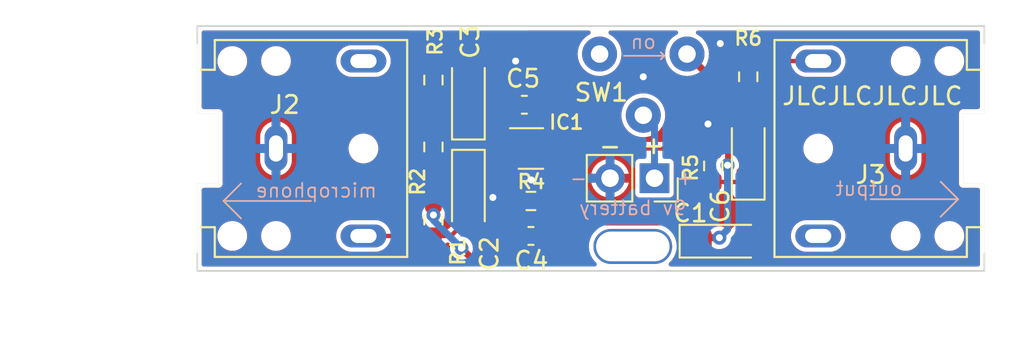
<source format=kicad_pcb>
(kicad_pcb (version 20211014) (generator pcbnew)
  (layers (0 "F.Cu" signal) (31 "B.Cu" signal) (34 "B.Paste" user) (35 "F.Paste" user) (36 "B.SilkS" user "B.Silkscreen") (37 "F.SilkS" user "F.Silkscreen") (38 "B.Mask" user) (39 "F.Mask" user) (44 "Edge.Cuts" user))
  (net 0 "")
  (net 1 "VCC")
  (net 2 "GND")
  (net 3 "Net-(C2-Pad1)")
  (net 4 "Net-(C2-Pad2)")
  (net 5 "Net-(C3-Pad1)")
  (net 6 "Net-(C4-Pad2)")
  (net 7 "Net-(C6-Pad1)")
  (net 8 "Net-(C6-Pad2)")
  (net 11 "Net-(J1-Pad1)")
  (footprint "Button_Switch_THT:LSS12-V-B" (layer "F.Cu") (at 154 96.1)
    (fp_text reference "SW1" (at -2.4 0.7 unlocked) (layer "F.SilkS"))
    (fp_text value "SW_SPDT")
    (pad "1" thru_hole circle (at 2.5 -1.5) (size 2 2) (drill 1) (layers *.Cu *.Mask) (net 1 "VCC"))
    (pad "2" thru_hole circle (at 0 2) (size 2 2) (drill 1) (layers *.Cu *.Mask) (net 11 "Net-(J1-Pad1)"))
    (pad "3" thru_hole circle (at -2.5 -1.5) (size 2 2) (drill 1) (layers *.Cu *.Mask))
  )
  (footprint "Capacitor_SMD:C_0603_1608Metric_Pad1.08x0.95mm_HandSolder" (layer "F.Cu") (at 147.2 97.5 180)
    (fp_text reference "C5" (at 0.075 1.5) (layer "F.SilkS"))
    (fp_text value "0.1uF")
    (fp_line (start -0.146267 -0.51) (end 0.146267 -0.51) (layer "F.SilkS") (width 0.12))
    (fp_line (start -0.146267 0.51) (end 0.146267 0.51) (layer "F.SilkS") (width 0.12))
    (pad "1" smd roundrect locked (at -0.8625 0 180) (size 1.075 0.95) (layers "F.Cu" "F.Paste" "F.Mask") (net 1 "VCC"))
    (pad "2" smd roundrect locked (at 0.8625 0 180) (size 1.075 0.95) (layers "F.Cu" "F.Paste" "F.Mask") (net 2 "GND"))
  )
  (footprint "Capacitor_Tantalum_SMD:CP_EIA-3216-18_Kemet-A_Pad1.58x1.35mm_HandSolder" (layer "F.Cu") (at 160 100.4375 90)
    (fp_text reference "C6" (at -2.8625 -1.6 270) (layer "F.SilkS"))
    (fp_text value "2.2uF")
    (fp_line (start -2.485 -0.935) (end -2.485 0.935) (layer "F.SilkS") (width 0.12))
    (fp_line (start 1.6 -0.935) (end -2.485 -0.935) (layer "F.SilkS") (width 0.12))
    (fp_line (start -2.485 0.935) (end 1.6 0.935) (layer "F.SilkS") (width 0.12))
    (pad "1" smd roundrect locked (at -1.4375 0 90) (size 1.575 1.35) (layers "F.Cu" "F.Paste" "F.Mask") (roundrect_rratio 0.1851851852) (net 7 "Net-(C6-Pad1)"))
    (pad "2" smd roundrect locked (at 1.4375 0 90) (size 1.575 1.35) (layers "F.Cu" "F.Paste" "F.Mask") (roundrect_rratio 0.1851851852) (net 8 "Net-(C6-Pad2)"))
  )
  (footprint "Resistor_SMD:R_0603_1608Metric_Pad0.98x0.95mm_HandSolder" (layer "F.Cu") (at 142 99.9125 90)
    (fp_text reference "R2" (at -1.9875 -0.9 90) (layer "F.SilkS") (effects (font (size 0.8 0.8))))
    (fp_text value "100k")
    (fp_line (start -0.254724 0.5225) (end 0.254724 0.5225) (layer "F.SilkS") (width 0.12))
    (fp_line (start -0.254724 -0.5225) (end 0.254724 -0.5225) (layer "F.SilkS") (width 0.12))
    (pad "1" smd roundrect locked (at -0.9125 0 90) (size 0.975 0.95) (layers "F.Cu" "F.Paste" "F.Mask") (net 1 "VCC"))
    (pad "2" smd roundrect locked (at 0.9125 0 90) (size 0.975 0.95) (layers "F.Cu" "F.Paste" "F.Mask") (net 5 "Net-(C3-Pad1)"))
  )
  (footprint "Resistor_SMD:R_0603_1608Metric_Pad0.98x0.95mm_HandSolder" (layer "F.Cu") (at 142 104.0875 -90)
    (fp_text reference "R1" (at 1.8125 -1.4 90) (layer "F.SilkS") (effects (font (size 0.8 0.8))))
    (fp_text value "13.7k")
    (fp_line (start -0.254724 -0.5225) (end 0.254724 -0.5225) (layer "F.SilkS") (width 0.12))
    (fp_line (start -0.254724 0.5225) (end 0.254724 0.5225) (layer "F.SilkS") (width 0.12))
    (pad "1" smd roundrect locked (at -0.9125 0 270) (size 0.975 0.95) (layers "F.Cu" "F.Paste" "F.Mask") (net 1 "VCC"))
    (pad "2" smd roundrect locked (at 0.9125 0 270) (size 0.975 0.95) (layers "F.Cu" "F.Paste" "F.Mask") (net 4 "Net-(C2-Pad2)"))
  )
  (footprint "Resistor_SMD:R_0603_1608Metric_Pad0.98x0.95mm_HandSolder" (layer "F.Cu") (at 147.575 103)
    (fp_text reference "R4" (at 0.025 -1.1) (layer "F.SilkS") (effects (font (size 0.8 0.8))))
    (fp_text value "75k")
    (fp_line (start -0.254724 0.5225) (end 0.254724 0.5225) (layer "F.SilkS") (width 0.12))
    (fp_line (start -0.254724 -0.5225) (end 0.254724 -0.5225) (layer "F.SilkS") (width 0.12))
    (pad "1" smd roundrect locked (at -0.9125 0) (size 0.975 0.95) (layers "F.Cu" "F.Paste" "F.Mask") (net 3 "Net-(C2-Pad1)"))
    (pad "2" smd roundrect locked (at 0.9125 0) (size 0.975 0.95) (layers "F.Cu" "F.Paste" "F.Mask") (net 6 "Net-(C4-Pad2)"))
  )
  (footprint "Package_TO_SOT_SMD:SOT-353_SC-70-5_Handsoldering" (layer "F.Cu") (at 147.575 100)
    (fp_text reference "IC1" (at 2.025 -1.5 180) (layer "F.SilkS") (effects (font (size 0.8 0.8))))
    (fp_text value "OPA172IDCKR")
    (fp_line (start 0.7 -1.16) (end -1.2 -1.16) (layer "F.SilkS") (width 0.12))
    (fp_line (start -0.7 1.16) (end 0.7 1.16) (layer "F.SilkS") (width 0.12))
    (pad "1" smd rect locked (at -1.33 -0.65) (size 1.5 0.4) (layers "F.Cu" "F.Paste" "F.Mask") (net 5 "Net-(C3-Pad1)"))
    (pad "2" smd rect locked (at -1.33 0) (size 1.5 0.4) (layers "F.Cu" "F.Paste" "F.Mask") (net 2 "GND"))
    (pad "3" smd rect locked (at -1.33 0.65) (size 1.5 0.4) (layers "F.Cu" "F.Paste" "F.Mask") (net 3 "Net-(C2-Pad1)"))
    (pad "4" smd rect locked (at 1.33 0.65) (size 1.5 0.4) (layers "F.Cu" "F.Paste" "F.Mask") (net 6 "Net-(C4-Pad2)"))
    (pad "5" smd rect locked (at 1.33 -0.65) (size 1.5 0.4) (layers "F.Cu" "F.Paste" "F.Mask") (net 1 "VCC"))
  )
  (footprint "Resistor_SMD:R_0603_1608Metric_Pad0.98x0.95mm_HandSolder" (layer "F.Cu") (at 160 95.9 90)
    (fp_text reference "R6" (at 2.2 0 180) (layer "F.SilkS") (effects (font (size 0.8 0.8))))
    (fp_text value "100k")
    (fp_line (start -0.254724 -0.5225) (end 0.254724 -0.5225) (layer "F.SilkS") (width 0.12))
    (fp_line (start -0.254724 0.5225) (end 0.254724 0.5225) (layer "F.SilkS") (width 0.12))
    (pad "1" smd roundrect locked (at -0.9125 0 90) (size 0.975 0.95) (layers "F.Cu" "F.Paste" "F.Mask") (net 8 "Net-(C6-Pad2)"))
    (pad "2" smd roundrect locked (at 0.9125 0 90) (size 0.975 0.95) (layers "F.Cu" "F.Paste" "F.Mask") (net 2 "GND"))
  )
  (footprint "Connector_PinSocket_2.54mm:PinSocket_1x02_P2.54mm_Vertical" (layer "F.Cu") (at 154.64 101.7 -90)
    (fp_text reference "J1" hide)
    (fp_text value "power conn")
    (fp_line (start -1.33 1.27) (end 1.33 1.27) (layer "F.SilkS") (width 0.12))
    (fp_line (start 1.33 1.27) (end 1.33 3.87) (layer "F.SilkS") (width 0.12))
    (fp_line (start -1.33 3.87) (end 1.33 3.87) (layer "F.SilkS") (width 0.12))
    (fp_line (start 0 -1.33) (end 1.33 -1.33) (layer "F.SilkS") (width 0.12))
    (fp_line (start -1.33 1.27) (end -1.33 3.87) (layer "F.SilkS") (width 0.12))
    (fp_line (start 1.33 -1.33) (end 1.33 0) (layer "F.SilkS") (width 0.12))
    (pad "1" thru_hole rect locked (at 0 0 270) (size 1.7 1.7) (drill 1) (layers *.Cu *.Mask) (net 11 "Net-(J1-Pad1)"))
    (pad "2" thru_hole oval locked (at 0 2.54 270) (size 1.7 1.7) (drill 1) (layers *.Cu *.Mask) (net 2 "GND"))
  )
  (footprint "Connector_Audio:CUI_SJ1-3523N" (layer "F.Cu") (at 169 100 180)
    (fp_text reference "J3" (at 2 -1.5) (layer "F.SilkS") (effects (font (size 1.000402 1.000402))))
    (fp_text value "line out")
    (fp_line (start 7.5 6.2) (end -3.5 6.2) (layer "F.SilkS") (width 0.127))
    (fp_line (start 7.5 -6.2) (end 7.5 6.2) (layer "F.SilkS") (width 0.127))
    (fp_line (start -3.5 -6.2) (end -3.5 -4.5) (layer "F.SilkS") (width 0.127))
    (fp_line (start -3.5 -4.5) (end -4.3 -4.5) (layer "F.SilkS") (width 0.127))
    (fp_line (start -3.5 4.5) (end -3.5 6.2) (layer "F.SilkS") (width 0.127))
    (fp_line (start 7.5 -6.2) (end -3.5 -6.2) (layer "F.SilkS") (width 0.127))
    (fp_line (start -3.5 4.5) (end -4.3 4.5) (layer "F.SilkS") (width 0.127))
    (fp_line (start -3.3 -2) (end -3.3 2) (layer "Edge.Cuts") (width 0.01))
    (fp_line (start -3.3 2) (end -4.5 2) (layer "Edge.Cuts") (width 0.01))
    (fp_line (start -4.5 2) (end -4.5 6) (layer "Edge.Cuts") (width 0.01))
    (fp_line (start -4.5 -6) (end -4.5 -2) (layer "Edge.Cuts") (width 0.01))
    (fp_line (start -4.5 -2) (end -3.3 -2) (layer "Edge.Cuts") (width 0.01))
    (pad "" np_thru_hole circle (at -2.5 -5 180) (size 1.2 1.2) (drill 1.2) (layers *.Cu *.Mask))
    (pad "" np_thru_hole circle (at 0 -5 180) (size 1.2 1.2) (drill 1.2) (layers *.Cu *.Mask))
    (pad "" np_thru_hole circle (at 5 0 180) (size 1.2 1.2) (drill 1.2) (layers *.Cu *.Mask))
    (pad "" np_thru_hole circle (at 0 5 180) (size 1.2 1.2) (drill 1.2) (layers *.Cu *.Mask))
    (pad "" np_thru_hole circle (at -2.5 5 180) (size 1.2 1.2) (drill 1.2) (layers *.Cu *.Mask))
    (pad "R" thru_hole oval (at 5 -5 180) (size 2.616 1.308) (drill oval 1.5 0.8) (layers *.Cu *.Mask))
    (pad "S" thru_hole oval (at 0 0 180) (size 1.308 2.616) (drill oval 0.8 1.5) (layers *.Cu *.Mask) (net 2 "GND"))
    (pad "T" thru_hole oval (at 5 5 180) (size 2.616 1.308) (drill oval 1.5 0.8) (layers *.Cu *.Mask) (net 8 "Net-(C6-Pad2)"))
  )
  (footprint "Resistor_SMD:R_0603_1608Metric_Pad0.98x0.95mm_HandSolder" (layer "F.Cu") (at 158 101 -90)
    (fp_text reference "R5" (at 0.1 1.3 90) (layer "F.SilkS") (effects (font (size 0.8 0.8))))
    (fp_text value "49.9")
    (fp_line (start -0.254724 0.5225) (end 0.254724 0.5225) (layer "F.SilkS") (width 0.12))
    (fp_line (start -0.254724 -0.5225) (end 0.254724 -0.5225) (layer "F.SilkS") (width 0.12))
    (pad "1" smd roundrect locked (at -0.9125 0 270) (size 0.975 0.95) (layers "F.Cu" "F.Paste" "F.Mask") (net 6 "Net-(C4-Pad2)"))
    (pad "2" smd roundrect locked (at 0.9125 0 270) (size 0.975 0.95) (layers "F.Cu" "F.Paste" "F.Mask") (net 7 "Net-(C6-Pad1)"))
  )
  (footprint "Capacitor_Tantalum_SMD:CP_EIA-3216-18_Kemet-A_Pad1.58x1.35mm_HandSolder" (layer "F.Cu") (at 144 102.5625 -90)
    (fp_text reference "C2" (at 3.4375 -1.2 90) (layer "F.SilkS"))
    (fp_text value "2.2uF")
    (fp_line (start -2.485 0.935) (end 1.6 0.935) (layer "F.SilkS") (width 0.12))
    (fp_line (start -2.485 -0.935) (end -2.485 0.935) (layer "F.SilkS") (width 0.12))
    (fp_line (start 1.6 -0.935) (end -2.485 -0.935) (layer "F.SilkS") (width 0.12))
    (pad "1" smd roundrect locked (at -1.4375 0 270) (size 1.575 1.35) (layers "F.Cu" "F.Paste" "F.Mask") (roundrect_rratio 0.1851851852) (net 3 "Net-(C2-Pad1)"))
    (pad "2" smd roundrect locked (at 1.4375 0 270) (size 1.575 1.35) (layers "F.Cu" "F.Paste" "F.Mask") (roundrect_rratio 0.1851851852) (net 4 "Net-(C2-Pad2)"))
  )
  (footprint "Capacitor_Tantalum_SMD:CP_EIA-3216-18_Kemet-A_Pad1.58x1.35mm_HandSolder" (layer "F.Cu") (at 158.5625 105.3)
    (fp_text reference "C1" (at -1.8625 -1.6) (layer "F.SilkS"))
    (fp_text value "2.2uF")
    (fp_line (start -2.485 -0.935) (end -2.485 0.935) (layer "F.SilkS") (width 0.12))
    (fp_line (start -2.485 0.935) (end 1.6 0.935) (layer "F.SilkS") (width 0.12))
    (fp_line (start 1.6 -0.935) (end -2.485 -0.935) (layer "F.SilkS") (width 0.12))
    (pad "1" smd roundrect locked (at -1.4375 0) (size 1.575 1.35) (layers "F.Cu" "F.Paste" "F.Mask") (roundrect_rratio 0.1851851852) (net 1 "VCC"))
    (pad "2" smd roundrect locked (at 1.4375 0) (size 1.575 1.35) (layers "F.Cu" "F.Paste" "F.Mask") (roundrect_rratio 0.1851851852) (net 2 "GND"))
  )
  (footprint "Capacitor_SMD:C_0603_1608Metric_Pad1.08x0.95mm_HandSolder" (layer "F.Cu") (at 147.575 105)
    (fp_text reference "C4" (at 0.025 1.4) (layer "F.SilkS"))
    (fp_text value "10pF")
    (fp_line (start -0.146267 -0.51) (end 0.146267 -0.51) (layer "F.SilkS") (width 0.12))
    (fp_line (start -0.146267 0.51) (end 0.146267 0.51) (layer "F.SilkS") (width 0.12))
    (pad "1" smd roundrect locked (at -0.8625 0) (size 1.075 0.95) (layers "F.Cu" "F.Paste" "F.Mask") (net 3 "Net-(C2-Pad1)"))
    (pad "2" smd roundrect locked (at 0.8625 0) (size 1.075 0.95) (layers "F.Cu" "F.Paste" "F.Mask") (net 6 "Net-(C4-Pad2)"))
  )
  (footprint "Capacitor_Tantalum_SMD:CP_EIA-3216-18_Kemet-A_Pad1.58x1.35mm_HandSolder" (layer "F.Cu") (at 144 97 90)
    (fp_text reference "C3" (at 3.1 0.1 90) (layer "F.SilkS"))
    (fp_text value "2.2uF")
    (fp_line (start -2.485 -0.935) (end -2.485 0.935) (layer "F.SilkS") (width 0.12))
    (fp_line (start 1.6 -0.935) (end -2.485 -0.935) (layer "F.SilkS") (width 0.12))
    (fp_line (start -2.485 0.935) (end 1.6 0.935) (layer "F.SilkS") (width 0.12))
    (pad "1" smd roundrect locked (at -1.4375 0 90) (size 1.575 1.35) (layers "F.Cu" "F.Paste" "F.Mask") (roundrect_rratio 0.1851851852) (net 5 "Net-(C3-Pad1)"))
    (pad "2" smd roundrect locked (at 1.4375 0 90) (size 1.575 1.35) (layers "F.Cu" "F.Paste" "F.Mask") (roundrect_rratio 0.1851851852) (net 2 "GND"))
  )
  (footprint "Connector_Audio:CUI_SJ1-3523N" (layer "F.Cu") (at 133 100)
    (fp_text reference "J2" (at 0.5 -2.5) (layer "F.SilkS") (effects (font (size 1.000402 1.000402))))
    (fp_text value "mic input")
    (fp_line (start -3.5 4.5) (end -3.5 6.2) (layer "F.SilkS") (width 0.127))
    (fp_line (start 7.5 -6.2) (end 7.5 6.2) (layer "F.SilkS") (width 0.127))
    (fp_line (start 7.5 6.2) (end -3.5 6.2) (layer "F.SilkS") (width 0.127))
    (fp_line (start -3.5 -6.2) (end -3.5 -4.5) (layer "F.SilkS") (width 0.127))
    (fp_line (start 7.5 -6.2) (end -3.5 -6.2) (layer "F.SilkS") (width 0.127))
    (fp_line (start -3.5 4.5) (end -4.3 4.5) (layer "F.SilkS") (width 0.127))
    (fp_line (start -3.5 -4.5) (end -4.3 -4.5) (layer "F.SilkS") (width 0.127))
    (fp_line (start -3.3 -2) (end -3.3 2) (layer "Edge.Cuts") (width 0.01))
    (fp_line (start -4.5 -2) (end -3.3 -2) (layer "Edge.Cuts") (width 0.01))
    (fp_line (start -4.5 -6) (end -4.5 -2) (layer "Edge.Cuts") (width 0.01))
    (fp_line (start -4.5 2) (end -4.5 6) (layer "Edge.Cuts") (width 0.01))
    (fp_line (start -3.3 2) (end -4.5 2) (layer "Edge.Cuts") (width 0.01))
    (pad "" np_thru_hole circle (at 5 0) (size 1.2 1.2) (drill 1.2) (layers *.Cu *.Mask))
    (pad "" np_thru_hole circle (at -2.5 -5) (size 1.2 1.2) (drill 1.2) (layers *.Cu *.Mask))
    (pad "" np_thru_hole circle (at 0 5) (size 1.2 1.2) (drill 1.2) (layers *.Cu *.Mask))
    (pad "" np_thru_hole circle (at 0 -5) (size 1.2 1.2) (drill 1.2) (layers *.Cu *.Mask))
    (pad "" np_thru_hole circle (at -2.5 5) (size 1.2 1.2) (drill 1.2) (layers *.Cu *.Mask))
    (pad "R" thru_hole oval (at 5 -5) (size 2.616 1.308) (drill oval 1.5 0.8) (layers *.Cu *.Mask))
    (pad "S" thru_hole oval (at 0 0) (size 1.308 2.616) (drill oval 0.8 1.5) (layers *.Cu *.Mask) (net 2 "GND"))
    (pad "T" thru_hole oval (at 5 5) (size 2.616 1.308) (drill oval 1.5 0.8) (layers *.Cu *.Mask) (net 4 "Net-(C2-Pad2)"))
  )
  (footprint "Connector_PinHeader_2.54mm:PinHeader_1x02_P2.54mm_Vertical" (layer "F.Cu") (at 153.4 105.6)
    (fp_text reference "REF**" hide)
    (fp_text value "PinHeader_1x02_P2.54mm_Vertical")
    (pad "1" thru_hole oval (at 0 0) (size 4.5 2) (drill oval 4.2 1.7) (layers *.Cu *.Mask))
  )
  (footprint "Resistor_SMD:R_0603_1608Metric_Pad0.98x0.95mm_HandSolder" (layer "F.Cu") (at 142 96.0875 90)
    (fp_text reference "R3" (at 2.1875 0.1 90) (layer "F.SilkS") (effects (font (size 0.8 0.8))))
    (fp_text value "100k")
    (fp_line (start -0.254724 0.5225) (end 0.254724 0.5225) (layer "F.SilkS") (width 0.12))
    (fp_line (start -0.254724 -0.5225) (end 0.254724 -0.5225) (layer "F.SilkS") (width 0.12))
    (pad "1" smd roundrect locked (at -0.9125 0 90) (size 0.975 0.95) (layers "F.Cu" "F.Paste" "F.Mask") (net 5 "Net-(C3-Pad1)"))
    (pad "2" smd roundrect locked (at 0.9125 0 90) (size 0.975 0.95) (layers "F.Cu" "F.Paste" "F.Mask") (net 2 "GND"))
  )
  (gr_line (start 155.2 94.7) (end 155 94.5) (layer "B.SilkS") (width 0.1))
  (gr_line (start 171 103.9) (end 172 102.9) (layer "B.SilkS") (width 0.1))
  (gr_line (start 152.9 94.7) (end 155.2 94.7) (layer "B.SilkS") (width 0.1))
  (gr_line (start 155 94.9) (end 155.2 94.7) (layer "B.SilkS") (width 0.1))
  (gr_line (start 171 101.9) (end 172 102.9) (layer "B.SilkS") (width 0.1))
  (gr_line (start 131 102) (end 130 103) (layer "B.SilkS") (width 0.1))
  (gr_line (start 130 103) (end 135 103) (layer "B.SilkS") (width 0.1))
  (gr_line (start 131 104) (end 130 103) (layer "B.SilkS") (width 0.1))
  (gr_line (start 172 102.9) (end 167 102.9) (layer "B.SilkS") (width 0.1))
  (gr_line (start 128.5 94) (end 128.5 93) (layer "Edge.Cuts") (width 0.1))
  (gr_line (start 157.2 93) (end 173.5 93) (layer "Edge.Cuts") (width 0.1))
  (gr_line (start 149.4 93) (end 128.5 93) (layer "Edge.Cuts") (width 0.1))
  (gr_line (start 157.2 93) (end 149.4 93) (layer "Edge.Cuts") (width 0.1))
  (gr_line (start 173.5 107) (end 155.9 107) (layer "Edge.Cuts") (width 0.1))
  (gr_line (start 150.9 107) (end 128.5 107) (layer "Edge.Cuts") (width 0.1))
  (gr_line (start 173.5 94) (end 173.5 93) (layer "Edge.Cuts") (width 0.1))
  (gr_line (start 173.5 106) (end 173.5 107) (layer "Edge.Cuts") (width 0.1))
  (gr_line (start 150.9 107) (end 155.9 107) (layer "Edge.Cuts") (width 0.1))
  (gr_line (start 128.5 106) (end 128.5 107) (layer "Edge.Cuts") (width 0.1))
  (gr_text "on" (at 154 93.9) (layer "B.SilkS") (effects (font (size 0.8 0.8) (thickness 0.1)) (justify mirror)))
  (gr_text "9v battery" (at 153.4 103.4) (layer "B.SilkS") (effects (font (size 0.8 0.8) (thickness 0.1)) (justify mirror)))
  (gr_text "+" (at 156.4 101.8 180) (layer "B.SilkS") (effects (font (size 0.8 0.8) (thickness 0.1)) (justify mirror)))
  (gr_text "output" (at 166.9 102.3) (layer "B.SilkS") (effects (font (size 0.8 0.8) (thickness 0.1)) (justify mirror)))
  (gr_text "-" (at 150.3 101.7) (layer "B.SilkS") (effects (font (size 0.8 0.8) (thickness 0.1)) (justify mirror)))
  (gr_text "microphone" (at 135.3 102.4) (layer "B.SilkS") (effects (font (size 0.8 0.8) (thickness 0.1)) (justify mirror)))
  (gr_text "JLCJLCJLCJLC" (at 167.1 97) (layer "F.SilkS") (effects (font (size 1 1))))
  (gr_text "+" (at 154.6 99.8) (layer "F.SilkS") (effects (font (size 1 1))))
  (gr_text "-" (at 152.1 100 180) (layer "F.SilkS") (effects (font (size 1 1))))
  (segment (start 148.905 99.35) (end 148.65 99.35) (width 0.4) (layer "F.Cu") (net 1))
  (segment (start 141.1 93.7) (end 146.93068 93.7) (width 0.4) (layer "F.Cu") (net 1))
  (segment (start 140.3 99.125) (end 140.3 94.5) (width 0.4) (layer "F.Cu") (net 1))
  (segment (start 146.93068 93.7) (end 148.0625 94.83182) (width 0.4) (layer "F.Cu") (net 1))
  (segment (start 149.2 106.5) (end 144.4 106.5) (width 0.4) (layer "F.Cu") (net 1))
  (segment (start 158.87452 100.898255) (end 158.815183 100.957592) (width 0.4) (layer "F.Cu") (net 1))
  (segment (start 142 103.175) (end 142 100.825) (width 0.4) (layer "F.Cu") (net 1))
  (segment (start 144.4 106.5) (end 143.6 105.7) (width 0.4) (layer "F.Cu") (net 1))
  (segment (start 142 103.8) (end 142 103.175) (width 0.25) (layer "F.Cu") (net 1))
  (segment (start 151.49952 104.20048) (end 149.2 106.5) (width 0.4) (layer "F.Cu") (net 1))
  (segment (start 140.3 94.5) (end 141.1 93.7) (width 0.4) (layer "F.Cu") (net 1))
  (segment (start 156.5 94.6) (end 158.87452 96.97452) (width 0.4) (layer "F.Cu") (net 1))
  (segment (start 157.125 105.3) (end 156.02548 104.20048) (width 0.4) (layer "F.Cu") (net 1))
  (segment (start 158.3505 105.1) (end 157.325 105.1) (width 0.4) (layer "F.Cu") (net 1))
  (segment (start 142 100.825) (end 140.3 99.125) (width 0.4) (layer "F.Cu") (net 1))
  (segment (start 158.87452 96.97452) (end 158.87452 100.898255) (width 0.4) (layer "F.Cu") (net 1))
  (segment (start 148.65 99.35) (end 148.0625 98.7625) (width 0.4) (layer "F.Cu") (net 1))
  (segment (start 148.0625 98.7625) (end 148.0625 97.5) (width 0.4) (layer "F.Cu") (net 1))
  (segment (start 148.0625 94.83182) (end 148.0625 97.5) (width 0.4) (layer "F.Cu") (net 1))
  (segment (start 156.02548 104.20048) (end 151.49952 104.20048) (width 0.4) (layer "F.Cu") (net 1))
  (segment (start 157.325 105.1) (end 157.125 105.3) (width 0.4) (layer "F.Cu") (net 1))
  (via (at 143.6 105.7) (size 0.8) (drill 0.4) (layers "F.Cu" "B.Cu") (net 1))
  (via (at 158.815183 100.957592) (size 0.8) (drill 0.4) (layers "F.Cu" "B.Cu") (net 1))
  (via (at 158.3505 105.1) (size 0.8) (drill 0.4) (layers "F.Cu" "B.Cu") (net 1))
  (via (at 142 103.8) (size 0.8) (drill 0.4) (layers "F.Cu" "B.Cu") (net 1))
  (segment (start 158.815183 100.957592) (end 158.815183 104.635317) (width 0.4) (layer "B.Cu") (net 1))
  (segment (start 158.815183 104.635317) (end 158.3505 105.1) (width 0.4) (layer "B.Cu") (net 1))
  (segment (start 142 104.1) (end 142 103.8) (width 0.25) (layer "B.Cu") (net 1))
  (segment (start 143.6 105.7) (end 142 104.1) (width 0.4) (layer "B.Cu") (net 1))
  (via (at 157.7 98.6) (size 0.8) (drill 0.4) (layers "F.Cu" "B.Cu") (net 2))
  (via (at 146.7 95) (size 0.8) (drill 0.4) (layers "F.Cu" "B.Cu") (net 2))
  (via (at 145.4 102.8) (size 0.8) (drill 0.4) (layers "F.Cu" "B.Cu") (net 2))
  (via (at 147.6 101.8) (size 0.8) (drill 0.4) (layers "F.Cu" "B.Cu") (net 2))
  (via (at 158.4 94) (size 0.8) (drill 0.4) (layers "F.Cu" "B.Cu") (net 2))
  (via (at 154 95.9) (size 0.8) (drill 0.4) (layers "F.Cu" "B.Cu") (net 2))
  (segment (start 145.35 100.65) (end 146.245 100.65) (width 0.25) (layer "F.Cu") (net 3))
  (segment (start 144 101.125) (end 144.875 101.125) (width 0.25) (layer "F.Cu") (net 3))
  (segment (start 146.245 102.5825) (end 146.245 100.65) (width 0.25) (layer "F.Cu") (net 3))
  (segment (start 146.7125 105) (end 146.7125 103.05) (width 0.25) (layer "F.Cu") (net 3))
  (segment (start 146.7125 103.05) (end 146.6625 103) (width 0.25) (layer "F.Cu") (net 3))
  (segment (start 146.6625 103) (end 146.245 102.5825) (width 0.25) (layer "F.Cu") (net 3))
  (segment (start 144.875 101.125) (end 145.35 100.65) (width 0.25) (layer "F.Cu") (net 3))
  (segment (start 138 105) (end 142 105) (width 0.25) (layer "F.Cu") (net 4))
  (segment (start 143 105) (end 144 104) (width 0.25) (layer "F.Cu") (net 4))
  (segment (start 142 105) (end 143 105) (width 0.25) (layer "F.Cu") (net 4))
  (segment (start 142 97) (end 142 99) (width 0.25) (layer "F.Cu") (net 5))
  (segment (start 142 99) (end 143.4375 99) (width 0.25) (layer "F.Cu") (net 5))
  (segment (start 143.4375 99) (end 144 98.4375) (width 0.25) (layer "F.Cu") (net 5))
  (segment (start 144.9125 99.35) (end 146.245 99.35) (width 0.25) (layer "F.Cu") (net 5))
  (segment (start 144 98.4375) (end 144.9125 99.35) (width 0.25) (layer "F.Cu") (net 5))
  (segment (start 148.4375 103.05) (end 148.4875 103) (width 0.25) (layer "F.Cu") (net 6))
  (segment (start 148.4375 105) (end 148.4375 103.05) (width 0.25) (layer "F.Cu") (net 6))
  (segment (start 148.905 100.65) (end 149.555 100) (width 0.25) (layer "F.Cu") (net 6))
  (segment (start 149.555 100) (end 157.9125 100) (width 0.25) (layer "F.Cu") (net 6))
  (segment (start 157.9125 100) (end 158 100.0875) (width 0.25) (layer "F.Cu") (net 6))
  (segment (start 148.4875 103) (end 148.905 102.5825) (width 0.25) (layer "F.Cu") (net 6))
  (segment (start 148.905 102.5825) (end 148.905 100.65) (width 0.25) (layer "F.Cu") (net 6))
  (segment (start 159.9625 101.9125) (end 160 101.875) (width 0.25) (layer "F.Cu") (net 7))
  (segment (start 158 101.9125) (end 159.9625 101.9125) (width 0.25) (layer "F.Cu") (net 7))
  (segment (start 161.9125 95) (end 164 95) (width 0.25) (layer "F.Cu") (net 8))
  (segment (start 160 97.0875) (end 159.9125 97) (width 0.25) (layer "F.Cu") (net 8))
  (segment (start 160 99) (end 160 97.0875) (width 0.25) (layer "F.Cu") (net 8))
  (segment (start 159.9125 97) (end 161.9125 95) (width 0.25) (layer "F.Cu") (net 8))
  (segment (start 154.64 98.74) (end 154 98.1) (width 0.4) (layer "B.Cu") (net 11))
  (segment (start 154.64 101.7) (end 154.64 98.74) (width 0.4) (layer "B.Cu") (net 11))
  (zone (net 2) (net_name "GND") (layer "F.Cu") (connect_pads (clearance 0.25)) (min_thickness 0.254) (fill yes (thermal_gap 0.25) (thermal_bridge_width 0.508))
    (polygon (pts (xy 173.5 107) (xy 128.5 107) (xy 128.5 93) (xy 173.5 93)))
  )
  (zone (net 2) (net_name "GND") (layer "B.Cu") (connect_pads (clearance 0.254)) (min_thickness 0.254) (fill yes (thermal_gap 0.508) (thermal_bridge_width 0.508))
    (polygon (pts (xy 173.5 107) (xy 128.5 107) (xy 128.5 93) (xy 173.5 93)))
  )
)
</source>
